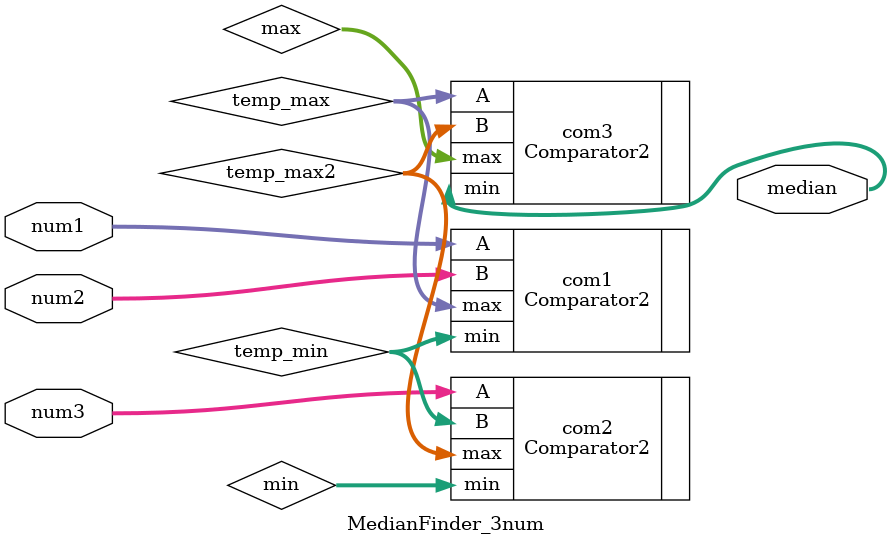
<source format=v>
module MedianFinder_3num(
    input  [3:0]    num1    , 
    input  [3:0]    num2    , 
    input  [3:0]    num3    ,  
    output [3:0]    median  
);

wire [3:0] temp_min, temp_max, temp_max2, min, max;
Comparator2 com1(.A(num1), .B(num2), .min(temp_min), .max(temp_max));
Comparator2 com2(.A(num3), .B(temp_min), .min(min), .max(temp_max2));
Comparator2 com3(.A(temp_max), .B(temp_max2), .min(median), .max(max));

endmodule

</source>
